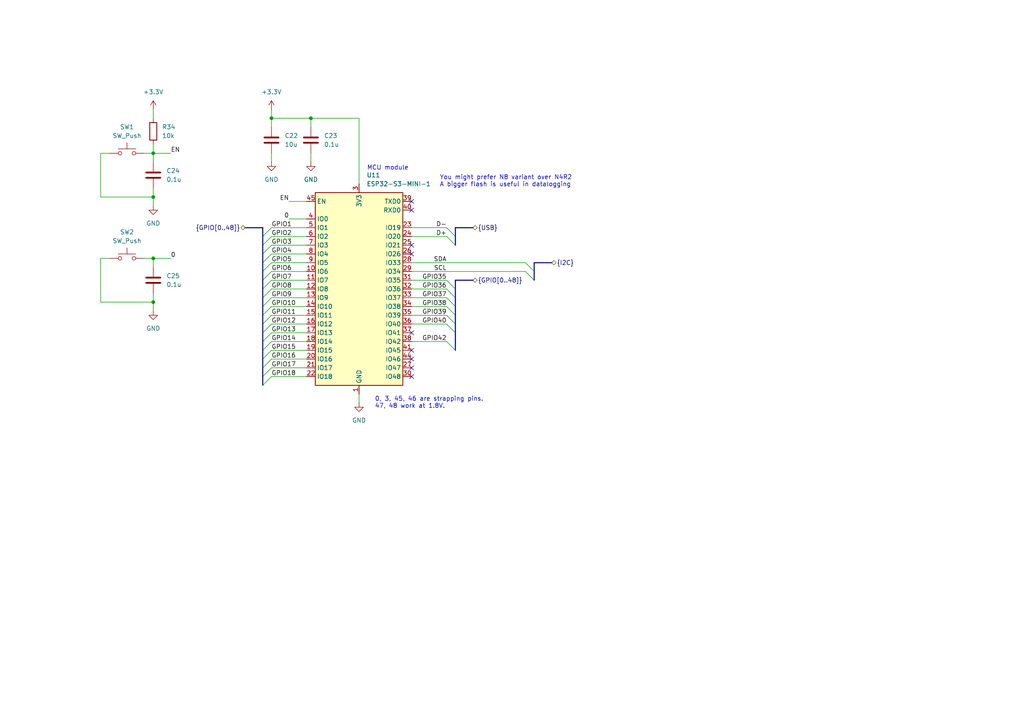
<source format=kicad_sch>
(kicad_sch (version 20250114) (generator "eeschema") (generator_version "9.0")
  (paper "A4")
  (lib_symbols
    (symbol "Device:C" (pin_numbers (hide yes)) (pin_names (offset 0.254))
      (property "Reference" "C" (at 0.635 2.54 0))
      (property "Value" "C" (at 0.635 -2.54 0))
      (symbol "C_0_1"
        (polyline (pts (xy -2.032 0.762) (xy 2.032 0.762)) (stroke (width 0.508)))
        (polyline (pts (xy -2.032 -0.762) (xy 2.032 -0.762)) (stroke (width 0.508)))
      )
      (symbol "C_1_1"
        (pin passive line (at 0 3.81 270) (length 2.794) (name "~") (number "1"))
        (pin passive line (at 0 -3.81 90) (length 2.794) (name "~") (number "2"))
      )
    )
    (symbol "Device:R" (pin_numbers (hide yes)) (pin_names (offset 0))
      (property "Reference" "R" (at 2.032 0 90))
      (property "Value" "R" (at 0 0 90))
      (symbol "R_0_1"
        (rectangle (start -1.016 -2.54) (end 1.016 2.54) (stroke (width 0.254)))
      )
      (symbol "R_1_1"
        (pin passive line (at 0 3.81 270) (length 1.27) (name "~") (number "1"))
        (pin passive line (at 0 -3.81 90) (length 1.27) (name "~") (number "2"))
      )
    )
    (symbol "RF_Module:ESP32-S3-MINI-1"
      (property "Reference" "U" (at -11.43 29.21 0))
      (property "Value" "ESP32-S3-MINI-1" (at 12.7 29.21 0))
      (symbol "ESP32-S3-MINI-1_0_1"
        (rectangle (start -12.7 27.94) (end 12.7 -27.94) (stroke (width 0.254)) (fill (type background)))
      )
      (symbol "ESP32-S3-MINI-1_1_1"
        (pin input line (at -15.24 25.4 0) (length 2.54) (name "EN") (number "45"))
        (pin bidirectional line (at -15.24 20.32 0) (length 2.54) (name "IO0") (number "4"))
        (pin bidirectional line (at -15.24 17.78 0) (length 2.54) (name "IO1") (number "5"))
        (pin bidirectional line (at -15.24 15.24 0) (length 2.54) (name "IO2") (number "6"))
        (pin bidirectional line (at -15.24 12.7 0) (length 2.54) (name "IO3") (number "7"))
        (pin bidirectional line (at -15.24 10.16 0) (length 2.54) (name "IO4") (number "8"))
        (pin bidirectional line (at -15.24 7.62 0) (length 2.54) (name "IO5") (number "9"))
        (pin bidirectional line (at -15.24 5.08 0) (length 2.54) (name "IO6") (number "10"))
        (pin bidirectional line (at -15.24 2.54 0) (length 2.54) (name "IO7") (number "11"))
        (pin bidirectional line (at -15.24 0 0) (length 2.54) (name "IO8") (number "12"))
        (pin bidirectional line (at -15.24 -2.54 0) (length 2.54) (name "IO9") (number "13"))
        (pin bidirectional line (at -15.24 -5.08 0) (length 2.54) (name "IO10") (number "14"))
        (pin bidirectional line (at -15.24 -7.62 0) (length 2.54) (name "IO11") (number "15"))
        (pin bidirectional line (at -15.24 -10.16 0) (length 2.54) (name "IO12") (number "16"))
        (pin bidirectional line (at -15.24 -12.7 0) (length 2.54) (name "IO13") (number "17"))
        (pin bidirectional line (at -15.24 -15.24 0) (length 2.54) (name "IO14") (number "18"))
        (pin bidirectional line (at -15.24 -17.78 0) (length 2.54) (name "IO15") (number "19"))
        (pin bidirectional line (at -15.24 -20.32 0) (length 2.54) (name "IO16") (number "20"))
        (pin bidirectional line (at -15.24 -22.86 0) (length 2.54) (name "IO17") (number "21"))
        (pin bidirectional line (at -15.24 -25.4 0) (length 2.54) (name "IO18") (number "22"))
        (pin power_in line (at 0 30.48 270) (length 2.54) (name "3V3") (number "3"))
        (pin power_in line (at 0 -30.48 90) (length 2.54) (name "GND") (number "1"))
        (pin passive line (at 0 -30.48 90) (length 2.54) (hide yes) (name "GND") (number "2"))
        (pin passive line (at 0 -30.48 90) (length 2.54) (hide yes) (name "GND") (number "42"))
        (pin passive line (at 0 -30.48 90) (length 2.54) (hide yes) (name "GND") (number "43"))
        (pin passive line (at 0 -30.48 90) (length 2.54) (hide yes) (name "GND") (number "46"))
        (pin passive line (at 0 -30.48 90) (length 2.54) (hide yes) (name "GND") (number "47"))
        (pin passive line (at 0 -30.48 90) (length 2.54) (hide yes) (name "GND") (number "48"))
        (pin passive line (at 0 -30.48 90) (length 2.54) (hide yes) (name "GND") (number "49"))
        (pin passive line (at 0 -30.48 90) (length 2.54) (hide yes) (name "GND") (number "50"))
        (pin passive line (at 0 -30.48 90) (length 2.54) (hide yes) (name "GND") (number "51"))
        (pin passive line (at 0 -30.48 90) (length 2.54) (hide yes) (name "GND") (number "52"))
        (pin passive line (at 0 -30.48 90) (length 2.54) (hide yes) (name "GND") (number "53"))
        (pin passive line (at 0 -30.48 90) (length 2.54) (hide yes) (name "GND") (number "54"))
        (pin passive line (at 0 -30.48 90) (length 2.54) (hide yes) (name "GND") (number "55"))
        (pin passive line (at 0 -30.48 90) (length 2.54) (hide yes) (name "GND") (number "56"))
        (pin passive line (at 0 -30.48 90) (length 2.54) (hide yes) (name "GND") (number "57"))
        (pin passive line (at 0 -30.48 90) (length 2.54) (hide yes) (name "GND") (number "58"))
        (pin passive line (at 0 -30.48 90) (length 2.54) (hide yes) (name "GND") (number "59"))
        (pin passive line (at 0 -30.48 90) (length 2.54) (hide yes) (name "GND") (number "60"))
        (pin passive line (at 0 -30.48 90) (length 2.54) (hide yes) (name "GND") (number "61"))
        (pin passive line (at 0 -30.48 90) (length 2.54) (hide yes) (name "GND") (number "62"))
        (pin passive line (at 0 -30.48 90) (length 2.54) (hide yes) (name "GND") (number "63"))
        (pin passive line (at 0 -30.48 90) (length 2.54) (hide yes) (name "GND") (number "64"))
        (pin passive line (at 0 -30.48 90) (length 2.54) (hide yes) (name "GND") (number "65"))
        (pin bidirectional line (at 15.24 25.4 180) (length 2.54) (name "TXD0") (number "39"))
        (pin bidirectional line (at 15.24 22.86 180) (length 2.54) (name "RXD0") (number "40"))
        (pin bidirectional line (at 15.24 17.78 180) (length 2.54) (name "IO19") (number "23"))
        (pin bidirectional line (at 15.24 15.24 180) (length 2.54) (name "IO20") (number "24"))
        (pin bidirectional line (at 15.24 12.7 180) (length 2.54) (name "IO21") (number "25"))
        (pin bidirectional line (at 15.24 10.16 180) (length 2.54) (name "IO26") (number "26"))
        (pin bidirectional line (at 15.24 7.62 180) (length 2.54) (name "IO33") (number "28"))
        (pin bidirectional line (at 15.24 5.08 180) (length 2.54) (name "IO34") (number "29"))
        (pin bidirectional line (at 15.24 2.54 180) (length 2.54) (name "IO35") (number "31"))
        (pin bidirectional line (at 15.24 0 180) (length 2.54) (name "IO36") (number "32"))
        (pin bidirectional line (at 15.24 -2.54 180) (length 2.54) (name "IO37") (number "33"))
        (pin bidirectional line (at 15.24 -5.08 180) (length 2.54) (name "IO38") (number "34"))
        (pin bidirectional line (at 15.24 -7.62 180) (length 2.54) (name "IO39") (number "35"))
        (pin bidirectional line (at 15.24 -10.16 180) (length 2.54) (name "IO40") (number "36"))
        (pin bidirectional line (at 15.24 -12.7 180) (length 2.54) (name "IO41") (number "37"))
        (pin bidirectional line (at 15.24 -15.24 180) (length 2.54) (name "IO42") (number "38"))
        (pin bidirectional line (at 15.24 -17.78 180) (length 2.54) (name "IO45") (number "41"))
        (pin bidirectional line (at 15.24 -20.32 180) (length 2.54) (name "IO46") (number "44"))
        (pin bidirectional line (at 15.24 -22.86 180) (length 2.54) (name "IO47") (number "27"))
        (pin bidirectional line (at 15.24 -25.4 180) (length 2.54) (name "IO48") (number "30"))
      )
    )
    (symbol "Switch:SW_Push" (pin_numbers (hide yes)) (pin_names (offset 1.016) (hide yes))
      (property "Reference" "SW" (at 1.27 2.54 0))
      (property "Value" "SW_Push" (at 0 -1.524 0))
      (symbol "SW_Push_0_1"
        (circle (center -2.032 0) (radius 0.508))
        (polyline (pts (xy 0 1.27) (xy 0 3.048)))
        (circle (center 2.032 0) (radius 0.508))
        (polyline (pts (xy 2.54 1.27) (xy -2.54 1.27)))
        (pin passive line (at -5.08 0 0) (length 2.54) (name "1") (number "1"))
        (pin passive line (at 5.08 0 180) (length 2.54) (name "2") (number "2"))
      )
    )
    (symbol "power:+3.3V" (power) (pin_numbers (hide yes)) (pin_names (offset 0) (hide yes))
      (property "Value" "+3.3V" (at 0 3.556 0))
      (symbol "+3.3V_0_1"
        (polyline (pts (xy -0.762 1.27) (xy 0 2.54)))
        (polyline (pts (xy 0 2.54) (xy 0.762 1.27)))
        (polyline (pts (xy 0 0) (xy 0 2.54)))
      )
      (symbol "+3.3V_1_1"
        (pin power_in line (at 0 0 90) (length 0) (name "~") (number "1"))
      )
    )
    (symbol "power:GND" (power) (pin_numbers (hide yes)) (pin_names (offset 0) (hide yes))
      (property "Value" "GND" (at 0 -3.81 0))
      (symbol "GND_0_1"
        (polyline (pts (xy 0 0) (xy 0 -1.27) (xy 1.27 -1.27) (xy 0 -2.54) (xy -1.27 -1.27) (xy 0 -1.27)))
      )
      (symbol "GND_1_1"
        (pin power_in line (at 0 0 270) (length 0) (name "~") (number "1"))
      )
    )
  )
  (text "You might prefer N8 variant over N4R2\nA bigger flash is useful in datalogging" (at 127.508 52.578 0) (effects (font (size 1.27 1.27)) (justify left)))
  (text "MCU module" (at 106.426 48.768 0) (effects (font (size 1.27 1.27)) (justify left)))
  (text "0, 3, 45, 46 are strapping pins.\n47, 48 work at 1.8V." (at 108.712 116.84 0) (effects (font (size 1.27 1.27)) (justify left)))
  (junction (at 90.17 34.29))
  (junction (at 44.45 44.45))
  (junction (at 44.45 57.15))
  (junction (at 44.45 74.93))
  (junction (at 78.74 34.29))
  (junction (at 44.45 87.63))
  (no_connect (at 119.38 106.68))
  (no_connect (at 119.38 60.96))
  (no_connect (at 119.38 71.12))
  (no_connect (at 119.38 73.66))
  (no_connect (at 119.38 58.42))
  (no_connect (at 119.38 96.52))
  (no_connect (at 119.38 104.14))
  (no_connect (at 119.38 109.22))
  (no_connect (at 119.38 101.6))
  (bus_entry (at 76.2 73.66) (size 2.54 -2.54))
  (bus_entry (at 76.2 86.36) (size 2.54 -2.54))
  (bus_entry (at 76.2 91.44) (size 2.54 -2.54))
  (bus_entry (at 154.94 78.74) (size -2.54 -2.54))
  (bus_entry (at 132.08 93.98) (size -2.54 -2.54))
  (bus_entry (at 132.08 71.12) (size -2.54 -2.54))
  (bus_entry (at 76.2 83.82) (size 2.54 -2.54))
  (bus_entry (at 76.2 106.68) (size 2.54 -2.54))
  (bus_entry (at 154.94 81.28) (size -2.54 -2.54))
  (bus_entry (at 76.2 81.28) (size 2.54 -2.54))
  (bus_entry (at 76.2 88.9) (size 2.54 -2.54))
  (bus_entry (at 76.2 68.58) (size 2.54 -2.54))
  (bus_entry (at 76.2 109.22) (size 2.54 -2.54))
  (bus_entry (at 76.2 71.12) (size 2.54 -2.54))
  (bus_entry (at 132.08 83.82) (size -2.54 -2.54))
  (bus_entry (at 76.2 76.2) (size 2.54 -2.54))
  (bus_entry (at 132.08 91.44) (size -2.54 -2.54))
  (bus_entry (at 132.08 96.52) (size -2.54 -2.54))
  (bus_entry (at 132.08 86.36) (size -2.54 -2.54))
  (bus_entry (at 76.2 96.52) (size 2.54 -2.54))
  (bus_entry (at 132.08 101.6) (size -2.54 -2.54))
  (bus_entry (at 76.2 101.6) (size 2.54 -2.54))
  (bus_entry (at 76.2 93.98) (size 2.54 -2.54))
  (bus_entry (at 76.2 104.14) (size 2.54 -2.54))
  (bus_entry (at 132.08 88.9) (size -2.54 -2.54))
  (bus_entry (at 76.2 99.06) (size 2.54 -2.54))
  (bus_entry (at 76.2 111.76) (size 2.54 -2.54))
  (bus_entry (at 76.2 78.74) (size 2.54 -2.54))
  (bus_entry (at 132.08 68.58) (size -2.54 -2.54))
  (bus (pts (xy 76.2 66.04) (xy 71.12 66.04)))
  (wire (pts (xy 78.74 106.68) (xy 88.9 106.68)))
  (wire (pts (xy 90.17 34.29) (xy 90.17 36.83)))
  (wire (pts (xy 104.14 114.3) (xy 104.14 116.84)))
  (wire (pts (xy 44.45 74.93) (xy 41.91 74.93)))
  (bus (pts (xy 132.08 66.04) (xy 137.16 66.04)))
  (bus (pts (xy 76.2 104.14) (xy 76.2 106.68)))
  (wire (pts (xy 49.53 44.45) (xy 44.45 44.45)))
  (wire (pts (xy 104.14 34.29) (xy 104.14 53.34)))
  (wire (pts (xy 29.21 44.45) (xy 29.21 57.15)))
  (bus (pts (xy 132.08 81.28) (xy 137.16 81.28)))
  (wire (pts (xy 49.53 74.93) (xy 44.45 74.93)))
  (bus (pts (xy 76.2 101.6) (xy 76.2 104.14)))
  (bus (pts (xy 154.94 78.74) (xy 154.94 81.28)))
  (wire (pts (xy 119.38 78.74) (xy 152.4 78.74)))
  (bus (pts (xy 132.08 88.9) (xy 132.08 91.44)))
  (bus (pts (xy 132.08 93.98) (xy 132.08 96.52)))
  (wire (pts (xy 41.91 44.45) (xy 44.45 44.45)))
  (bus (pts (xy 76.2 71.12) (xy 76.2 73.66)))
  (wire (pts (xy 44.45 31.75) (xy 44.45 34.29)))
  (bus (pts (xy 76.2 66.04) (xy 76.2 68.58)))
  (wire (pts (xy 31.75 44.45) (xy 29.21 44.45)))
  (wire (pts (xy 44.45 77.47) (xy 44.45 74.93)))
  (bus (pts (xy 76.2 88.9) (xy 76.2 91.44)))
  (bus (pts (xy 132.08 66.04) (xy 132.08 68.58)))
  (wire (pts (xy 119.38 76.2) (xy 152.4 76.2)))
  (wire (pts (xy 78.74 101.6) (xy 88.9 101.6)))
  (bus (pts (xy 76.2 106.68) (xy 76.2 109.22)))
  (wire (pts (xy 78.74 99.06) (xy 88.9 99.06)))
  (wire (pts (xy 119.38 88.9) (xy 129.54 88.9)))
  (wire (pts (xy 90.17 44.45) (xy 90.17 46.99)))
  (wire (pts (xy 119.38 66.04) (xy 129.54 66.04)))
  (wire (pts (xy 78.74 83.82) (xy 88.9 83.82)))
  (wire (pts (xy 78.74 86.36) (xy 88.9 86.36)))
  (bus (pts (xy 132.08 83.82) (xy 132.08 86.36)))
  (bus (pts (xy 132.08 68.58) (xy 132.08 71.12)))
  (wire (pts (xy 78.74 44.45) (xy 78.74 46.99)))
  (bus (pts (xy 76.2 78.74) (xy 76.2 81.28)))
  (bus (pts (xy 76.2 86.36) (xy 76.2 88.9)))
  (wire (pts (xy 78.74 78.74) (xy 88.9 78.74)))
  (bus (pts (xy 76.2 68.58) (xy 76.2 71.12)))
  (bus (pts (xy 76.2 109.22) (xy 76.2 111.76)))
  (bus (pts (xy 132.08 91.44) (xy 132.08 93.98)))
  (wire (pts (xy 78.74 73.66) (xy 88.9 73.66)))
  (wire (pts (xy 90.17 34.29) (xy 104.14 34.29)))
  (wire (pts (xy 78.74 88.9) (xy 88.9 88.9)))
  (bus (pts (xy 76.2 93.98) (xy 76.2 96.52)))
  (wire (pts (xy 83.82 63.5) (xy 88.9 63.5)))
  (wire (pts (xy 119.38 68.58) (xy 129.54 68.58)))
  (wire (pts (xy 78.74 31.75) (xy 78.74 34.29)))
  (bus (pts (xy 76.2 91.44) (xy 76.2 93.98)))
  (bus (pts (xy 132.08 81.28) (xy 132.08 83.82)))
  (bus (pts (xy 154.94 76.2) (xy 154.94 78.74)))
  (wire (pts (xy 78.74 34.29) (xy 90.17 34.29)))
  (bus (pts (xy 132.08 96.52) (xy 132.08 101.6)))
  (wire (pts (xy 78.74 34.29) (xy 78.74 36.83)))
  (wire (pts (xy 119.38 83.82) (xy 129.54 83.82)))
  (bus (pts (xy 76.2 99.06) (xy 76.2 101.6)))
  (wire (pts (xy 119.38 91.44) (xy 129.54 91.44)))
  (wire (pts (xy 78.74 104.14) (xy 88.9 104.14)))
  (wire (pts (xy 119.38 93.98) (xy 129.54 93.98)))
  (wire (pts (xy 78.74 81.28) (xy 88.9 81.28)))
  (wire (pts (xy 44.45 44.45) (xy 44.45 46.99)))
  (wire (pts (xy 119.38 99.06) (xy 129.54 99.06)))
  (wire (pts (xy 29.21 57.15) (xy 44.45 57.15)))
  (wire (pts (xy 29.21 87.63) (xy 44.45 87.63)))
  (wire (pts (xy 78.74 93.98) (xy 88.9 93.98)))
  (bus (pts (xy 76.2 96.52) (xy 76.2 99.06)))
  (wire (pts (xy 78.74 71.12) (xy 88.9 71.12)))
  (wire (pts (xy 78.74 76.2) (xy 88.9 76.2)))
  (wire (pts (xy 78.74 96.52) (xy 88.9 96.52)))
  (bus (pts (xy 76.2 76.2) (xy 76.2 78.74)))
  (wire (pts (xy 119.38 86.36) (xy 129.54 86.36)))
  (wire (pts (xy 44.45 87.63) (xy 44.45 85.09)))
  (bus (pts (xy 76.2 73.66) (xy 76.2 76.2)))
  (wire (pts (xy 119.38 81.28) (xy 129.54 81.28)))
  (wire (pts (xy 31.75 74.93) (xy 29.21 74.93)))
  (wire (pts (xy 44.45 57.15) (xy 44.45 54.61)))
  (wire (pts (xy 44.45 57.15) (xy 44.45 59.69)))
  (bus (pts (xy 132.08 86.36) (xy 132.08 88.9)))
  (wire (pts (xy 78.74 66.04) (xy 88.9 66.04)))
  (bus (pts (xy 76.2 83.82) (xy 76.2 86.36)))
  (bus (pts (xy 154.94 76.2) (xy 160.02 76.2)))
  (wire (pts (xy 44.45 87.63) (xy 44.45 90.17)))
  (bus (pts (xy 76.2 81.28) (xy 76.2 83.82)))
  (wire (pts (xy 83.82 58.42) (xy 88.9 58.42)))
  (wire (pts (xy 78.74 91.44) (xy 88.9 91.44)))
  (wire (pts (xy 29.21 74.93) (xy 29.21 87.63)))
  (wire (pts (xy 78.74 68.58) (xy 88.9 68.58)))
  (wire (pts (xy 44.45 41.91) (xy 44.45 44.45)))
  (wire (pts (xy 78.74 109.22) (xy 88.9 109.22)))
  (label "SDA" (at 129.54 76.2 180))
  (label "GPIO38" (at 129.54 88.9 180))
  (label "GPIO35" (at 129.54 81.28 180))
  (label "0" (at 83.82 63.5 180))
  (label "0" (at 49.53 74.93 0))
  (label "GPIO2" (at 78.74 68.58 0))
  (label "GPIO8" (at 78.74 83.82 0))
  (label "D-" (at 129.54 66.04 180))
  (label "GPIO18" (at 78.74 109.22 0))
  (label "GPIO36" (at 129.54 83.82 180))
  (label "EN" (at 83.82 58.42 180))
  (label "GPIO15" (at 78.74 101.6 0))
  (label "GPIO12" (at 78.74 93.98 0))
  (label "GPIO16" (at 78.74 104.14 0))
  (label "GPIO10" (at 78.74 88.9 0))
  (label "GPIO3" (at 78.74 71.12 0))
  (label "GPIO17" (at 78.74 106.68 0))
  (label "GPIO39" (at 129.54 91.44 180))
  (label "SCL" (at 129.54 78.74 180))
  (label "GPIO13" (at 78.74 96.52 0))
  (label "EN" (at 49.53 44.45 0))
  (label "GPIO9" (at 78.74 86.36 0))
  (label "GPIO14" (at 78.74 99.06 0))
  (label "GPIO7" (at 78.74 81.28 0))
  (label "GPIO5" (at 78.74 76.2 0))
  (label "GPIO42" (at 129.54 99.06 180))
  (label "GPIO37" (at 129.54 86.36 180))
  (label "D+" (at 129.54 68.58 180))
  (label "GPIO6" (at 78.74 78.74 0))
  (label "GPIO40" (at 129.54 93.98 180))
  (label "GPIO1" (at 78.74 66.04 0))
  (label "GPIO11" (at 78.74 91.44 0))
  (label "GPIO4" (at 78.74 73.66 0))
  (hierarchical_label "{GPIO[0..48]}" (shape bidirectional) (at 137.16 81.28 0))
  (hierarchical_label "{USB}" (shape bidirectional) (at 137.16 66.04 0))
  (hierarchical_label "{I2C}" (shape bidirectional) (at 160.02 76.2 0))
  (hierarchical_label "{GPIO[0..48]}" (shape bidirectional) (at 71.12 66.04 180))
  (symbol (lib_id "power:+3.3V") (at 78.74 31.75 0) (unit 1)
    (property "Reference" "#PWR0135" (effects (hide yes)))
    (property "Value" "+3.3V" (at 78.74 26.67 0))
    (property "Description" "Power symbol creates a global label with name \"+3.3V\"" (effects (hide yes)))
  )
  (symbol (lib_id "Device:C") (at 78.74 40.64 0) (unit 1)
    (property "Reference" "C22" (at 82.55 39.3699 0) (effects (justify left)))
    (property "Value" "10u" (at 82.55 41.9099 0) (effects (justify left)))
    (property "Footprint" "Capacitor_SMD:C_0603_1608Metric" (effects (hide yes)))
    (property "Description" "Unpolarized capacitor" (effects (hide yes)))
  )
  (symbol (lib_id "Device:R") (at 44.45 38.1 0) (unit 1)
    (property "Reference" "R34" (at 46.99 36.8299 0) (effects (justify left)))
    (property "Value" "10k" (at 46.99 39.3699 0) (effects (justify left)))
    (property "Footprint" "Resistor_SMD:R_0603_1608Metric" (effects (hide yes)))
    (property "Description" "Resistor" (effects (hide yes)))
  )
  (symbol (lib_id "power:GND") (at 104.14 116.84 0) (unit 1)
    (property "Reference" "#PWR0140" (effects (hide yes)))
    (property "Value" "GND" (at 104.14 121.92 0))
    (property "Description" "Power symbol creates a global label with name \"GND\" , ground" (effects (hide yes)))
  )
  (symbol (lib_id "power:GND") (at 90.17 46.99 0) (unit 1)
    (property "Reference" "#PWR0137" (effects (hide yes)))
    (property "Value" "GND" (at 90.17 52.07 0))
    (property "Description" "Power symbol creates a global label with name \"GND\" , ground" (effects (hide yes)))
  )
  (symbol (lib_id "Device:C") (at 44.45 50.8 0) (unit 1)
    (property "Reference" "C24" (at 48.26 49.5299 0) (effects (justify left)))
    (property "Value" "0.1u" (at 48.26 52.0699 0) (effects (justify left)))
    (property "Footprint" "Capacitor_SMD:C_0603_1608Metric" (effects (hide yes)))
    (property "Description" "Unpolarized capacitor" (effects (hide yes)))
  )
  (symbol (lib_id "power:+3.3V") (at 44.45 31.75 0) (unit 1)
    (property "Reference" "#PWR0134" (effects (hide yes)))
    (property "Value" "+3.3V" (at 44.45 26.67 0))
    (property "Description" "Power symbol creates a global label with name \"+3.3V\"" (effects (hide yes)))
  )
  (symbol (lib_id "Switch:SW_Push") (at 36.83 44.45 0) (unit 1)
    (property "Reference" "SW1" (at 36.83 36.83 0))
    (property "Value" "SW_Push" (at 36.83 39.37 0))
    (property "Footprint" "Button_Switch_SMD:SW_SPST_PTS810" (effects (hide yes)))
    (property "Description" "Push button switch, generic, two pins" (effects (hide yes)))
  )
  (symbol (lib_id "Switch:SW_Push") (at 36.83 74.93 0) (unit 1)
    (property "Reference" "SW2" (at 36.83 67.31 0))
    (property "Value" "SW_Push" (at 36.83 69.85 0))
    (property "Footprint" "Button_Switch_SMD:SW_SPST_PTS810" (effects (hide yes)))
    (property "Description" "Push button switch, generic, two pins" (effects (hide yes)))
  )
  (symbol (lib_id "Device:C") (at 44.45 81.28 0) (unit 1)
    (property "Reference" "C25" (at 48.26 80.0099 0) (effects (justify left)))
    (property "Value" "0.1u" (at 48.26 82.5499 0) (effects (justify left)))
    (property "Footprint" "Capacitor_SMD:C_0603_1608Metric" (effects (hide yes)))
    (property "Description" "Unpolarized capacitor" (effects (hide yes)))
  )
  (symbol (lib_id "power:GND") (at 44.45 90.17 0) (unit 1)
    (property "Reference" "#PWR0139" (effects (hide yes)))
    (property "Value" "GND" (at 44.45 95.25 0))
    (property "Description" "Power symbol creates a global label with name \"GND\" , ground" (effects (hide yes)))
  )
  (symbol (lib_id "power:GND") (at 78.74 46.99 0) (unit 1)
    (property "Reference" "#PWR0136" (effects (hide yes)))
    (property "Value" "GND" (at 78.74 52.07 0))
    (property "Description" "Power symbol creates a global label with name \"GND\" , ground" (effects (hide yes)))
  )
  (symbol (lib_id "power:GND") (at 44.45 59.69 0) (unit 1)
    (property "Reference" "#PWR0138" (effects (hide yes)))
    (property "Value" "GND" (at 44.45 64.77 0))
    (property "Description" "Power symbol creates a global label with name \"GND\" , ground" (effects (hide yes)))
  )
  (symbol (lib_id "Device:C") (at 90.17 40.64 0) (unit 1)
    (property "Reference" "C23" (at 93.98 39.3699 0) (effects (justify left)))
    (property "Value" "0.1u" (at 93.98 41.9099 0) (effects (justify left)))
    (property "Footprint" "Capacitor_SMD:C_0603_1608Metric" (effects (hide yes)))
    (property "Description" "Unpolarized capacitor" (effects (hide yes)))
  )
  (symbol (lib_id "RF_Module:ESP32-S3-MINI-1") (at 104.14 83.82 0) (unit 1)
    (property "Reference" "U11" (at 106.3341 50.8 0) (effects (justify left)))
    (property "Value" "ESP32-S3-MINI-1" (at 106.3341 53.34 0) (effects (justify left)))
    (property "Footprint" "RF_Module:ESP32-S2-MINI-1" (effects (hide yes)))
    (property "Datasheet" "https://www.espressif.com/sites/default/files/documentation/esp32-s3-mini-1_mini-1u_datasheet_en.pdf" (effects (hide yes)))
    (property "Description" "RF Module, ESP32-S3 SoC, Wi-Fi 802.11b/g/n, Bluetooth, BLE, 32-bit, 3.3V, SMD, onboard antenna" (effects (hide yes)))
  )
)
</source>
